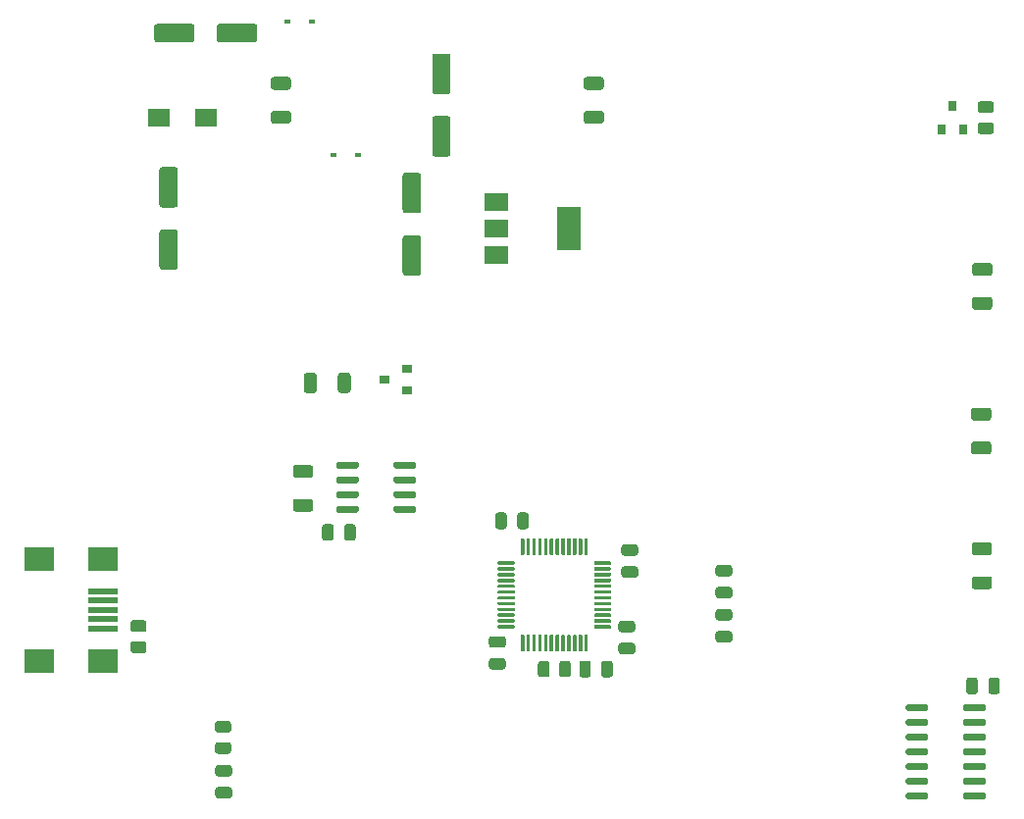
<source format=gbr>
%TF.GenerationSoftware,KiCad,Pcbnew,(5.1.9)-1*%
%TF.CreationDate,2022-11-23T19:56:57+01:00*%
%TF.ProjectId,PCDB_project,50434442-5f70-4726-9f6a-6563742e6b69,rev?*%
%TF.SameCoordinates,Original*%
%TF.FileFunction,Paste,Top*%
%TF.FilePolarity,Positive*%
%FSLAX46Y46*%
G04 Gerber Fmt 4.6, Leading zero omitted, Abs format (unit mm)*
G04 Created by KiCad (PCBNEW (5.1.9)-1) date 2022-11-23 19:56:57*
%MOMM*%
%LPD*%
G01*
G04 APERTURE LIST*
%ADD10R,0.600000X0.450000*%
%ADD11R,2.500000X2.000000*%
%ADD12R,2.500000X0.500000*%
%ADD13R,1.905000X1.498600*%
%ADD14R,0.800000X0.900000*%
%ADD15R,0.900000X0.800000*%
%ADD16R,2.000000X3.800000*%
%ADD17R,2.000000X1.500000*%
G04 APERTURE END LIST*
%TO.C,U6*%
G36*
G01*
X77926000Y-62584000D02*
X77926000Y-62284000D01*
G75*
G02*
X78076000Y-62134000I150000J0D01*
G01*
X79726000Y-62134000D01*
G75*
G02*
X79876000Y-62284000I0J-150000D01*
G01*
X79876000Y-62584000D01*
G75*
G02*
X79726000Y-62734000I-150000J0D01*
G01*
X78076000Y-62734000D01*
G75*
G02*
X77926000Y-62584000I0J150000D01*
G01*
G37*
G36*
G01*
X77926000Y-63854000D02*
X77926000Y-63554000D01*
G75*
G02*
X78076000Y-63404000I150000J0D01*
G01*
X79726000Y-63404000D01*
G75*
G02*
X79876000Y-63554000I0J-150000D01*
G01*
X79876000Y-63854000D01*
G75*
G02*
X79726000Y-64004000I-150000J0D01*
G01*
X78076000Y-64004000D01*
G75*
G02*
X77926000Y-63854000I0J150000D01*
G01*
G37*
G36*
G01*
X77926000Y-65124000D02*
X77926000Y-64824000D01*
G75*
G02*
X78076000Y-64674000I150000J0D01*
G01*
X79726000Y-64674000D01*
G75*
G02*
X79876000Y-64824000I0J-150000D01*
G01*
X79876000Y-65124000D01*
G75*
G02*
X79726000Y-65274000I-150000J0D01*
G01*
X78076000Y-65274000D01*
G75*
G02*
X77926000Y-65124000I0J150000D01*
G01*
G37*
G36*
G01*
X77926000Y-66394000D02*
X77926000Y-66094000D01*
G75*
G02*
X78076000Y-65944000I150000J0D01*
G01*
X79726000Y-65944000D01*
G75*
G02*
X79876000Y-66094000I0J-150000D01*
G01*
X79876000Y-66394000D01*
G75*
G02*
X79726000Y-66544000I-150000J0D01*
G01*
X78076000Y-66544000D01*
G75*
G02*
X77926000Y-66394000I0J150000D01*
G01*
G37*
G36*
G01*
X77926000Y-67664000D02*
X77926000Y-67364000D01*
G75*
G02*
X78076000Y-67214000I150000J0D01*
G01*
X79726000Y-67214000D01*
G75*
G02*
X79876000Y-67364000I0J-150000D01*
G01*
X79876000Y-67664000D01*
G75*
G02*
X79726000Y-67814000I-150000J0D01*
G01*
X78076000Y-67814000D01*
G75*
G02*
X77926000Y-67664000I0J150000D01*
G01*
G37*
G36*
G01*
X77926000Y-68934000D02*
X77926000Y-68634000D01*
G75*
G02*
X78076000Y-68484000I150000J0D01*
G01*
X79726000Y-68484000D01*
G75*
G02*
X79876000Y-68634000I0J-150000D01*
G01*
X79876000Y-68934000D01*
G75*
G02*
X79726000Y-69084000I-150000J0D01*
G01*
X78076000Y-69084000D01*
G75*
G02*
X77926000Y-68934000I0J150000D01*
G01*
G37*
G36*
G01*
X77926000Y-70204000D02*
X77926000Y-69904000D01*
G75*
G02*
X78076000Y-69754000I150000J0D01*
G01*
X79726000Y-69754000D01*
G75*
G02*
X79876000Y-69904000I0J-150000D01*
G01*
X79876000Y-70204000D01*
G75*
G02*
X79726000Y-70354000I-150000J0D01*
G01*
X78076000Y-70354000D01*
G75*
G02*
X77926000Y-70204000I0J150000D01*
G01*
G37*
G36*
G01*
X82876000Y-70204000D02*
X82876000Y-69904000D01*
G75*
G02*
X83026000Y-69754000I150000J0D01*
G01*
X84676000Y-69754000D01*
G75*
G02*
X84826000Y-69904000I0J-150000D01*
G01*
X84826000Y-70204000D01*
G75*
G02*
X84676000Y-70354000I-150000J0D01*
G01*
X83026000Y-70354000D01*
G75*
G02*
X82876000Y-70204000I0J150000D01*
G01*
G37*
G36*
G01*
X82876000Y-68934000D02*
X82876000Y-68634000D01*
G75*
G02*
X83026000Y-68484000I150000J0D01*
G01*
X84676000Y-68484000D01*
G75*
G02*
X84826000Y-68634000I0J-150000D01*
G01*
X84826000Y-68934000D01*
G75*
G02*
X84676000Y-69084000I-150000J0D01*
G01*
X83026000Y-69084000D01*
G75*
G02*
X82876000Y-68934000I0J150000D01*
G01*
G37*
G36*
G01*
X82876000Y-67664000D02*
X82876000Y-67364000D01*
G75*
G02*
X83026000Y-67214000I150000J0D01*
G01*
X84676000Y-67214000D01*
G75*
G02*
X84826000Y-67364000I0J-150000D01*
G01*
X84826000Y-67664000D01*
G75*
G02*
X84676000Y-67814000I-150000J0D01*
G01*
X83026000Y-67814000D01*
G75*
G02*
X82876000Y-67664000I0J150000D01*
G01*
G37*
G36*
G01*
X82876000Y-66394000D02*
X82876000Y-66094000D01*
G75*
G02*
X83026000Y-65944000I150000J0D01*
G01*
X84676000Y-65944000D01*
G75*
G02*
X84826000Y-66094000I0J-150000D01*
G01*
X84826000Y-66394000D01*
G75*
G02*
X84676000Y-66544000I-150000J0D01*
G01*
X83026000Y-66544000D01*
G75*
G02*
X82876000Y-66394000I0J150000D01*
G01*
G37*
G36*
G01*
X82876000Y-65124000D02*
X82876000Y-64824000D01*
G75*
G02*
X83026000Y-64674000I150000J0D01*
G01*
X84676000Y-64674000D01*
G75*
G02*
X84826000Y-64824000I0J-150000D01*
G01*
X84826000Y-65124000D01*
G75*
G02*
X84676000Y-65274000I-150000J0D01*
G01*
X83026000Y-65274000D01*
G75*
G02*
X82876000Y-65124000I0J150000D01*
G01*
G37*
G36*
G01*
X82876000Y-63854000D02*
X82876000Y-63554000D01*
G75*
G02*
X83026000Y-63404000I150000J0D01*
G01*
X84676000Y-63404000D01*
G75*
G02*
X84826000Y-63554000I0J-150000D01*
G01*
X84826000Y-63854000D01*
G75*
G02*
X84676000Y-64004000I-150000J0D01*
G01*
X83026000Y-64004000D01*
G75*
G02*
X82876000Y-63854000I0J150000D01*
G01*
G37*
G36*
G01*
X82876000Y-62584000D02*
X82876000Y-62284000D01*
G75*
G02*
X83026000Y-62134000I150000J0D01*
G01*
X84676000Y-62134000D01*
G75*
G02*
X84826000Y-62284000I0J-150000D01*
G01*
X84826000Y-62584000D01*
G75*
G02*
X84676000Y-62734000I-150000J0D01*
G01*
X83026000Y-62734000D01*
G75*
G02*
X82876000Y-62584000I0J150000D01*
G01*
G37*
%TD*%
%TO.C,C13*%
G36*
G01*
X86050000Y-60077000D02*
X86050000Y-61027000D01*
G75*
G02*
X85800000Y-61277000I-250000J0D01*
G01*
X85300000Y-61277000D01*
G75*
G02*
X85050000Y-61027000I0J250000D01*
G01*
X85050000Y-60077000D01*
G75*
G02*
X85300000Y-59827000I250000J0D01*
G01*
X85800000Y-59827000D01*
G75*
G02*
X86050000Y-60077000I0J-250000D01*
G01*
G37*
G36*
G01*
X84150000Y-60077000D02*
X84150000Y-61027000D01*
G75*
G02*
X83900000Y-61277000I-250000J0D01*
G01*
X83400000Y-61277000D01*
G75*
G02*
X83150000Y-61027000I0J250000D01*
G01*
X83150000Y-60077000D01*
G75*
G02*
X83400000Y-59827000I250000J0D01*
G01*
X83900000Y-59827000D01*
G75*
G02*
X84150000Y-60077000I0J-250000D01*
G01*
G37*
%TD*%
%TO.C,R5*%
G36*
G01*
X84385999Y-11900000D02*
X85286001Y-11900000D01*
G75*
G02*
X85536000Y-12149999I0J-249999D01*
G01*
X85536000Y-12675001D01*
G75*
G02*
X85286001Y-12925000I-249999J0D01*
G01*
X84385999Y-12925000D01*
G75*
G02*
X84136000Y-12675001I0J249999D01*
G01*
X84136000Y-12149999D01*
G75*
G02*
X84385999Y-11900000I249999J0D01*
G01*
G37*
G36*
G01*
X84385999Y-10075000D02*
X85286001Y-10075000D01*
G75*
G02*
X85536000Y-10324999I0J-249999D01*
G01*
X85536000Y-10850001D01*
G75*
G02*
X85286001Y-11100000I-249999J0D01*
G01*
X84385999Y-11100000D01*
G75*
G02*
X84136000Y-10850001I0J249999D01*
G01*
X84136000Y-10324999D01*
G75*
G02*
X84385999Y-10075000I249999J0D01*
G01*
G37*
%TD*%
%TO.C,C1*%
G36*
G01*
X18450000Y-4750000D02*
X18450000Y-3650000D01*
G75*
G02*
X18700000Y-3400000I250000J0D01*
G01*
X21700000Y-3400000D01*
G75*
G02*
X21950000Y-3650000I0J-250000D01*
G01*
X21950000Y-4750000D01*
G75*
G02*
X21700000Y-5000000I-250000J0D01*
G01*
X18700000Y-5000000D01*
G75*
G02*
X18450000Y-4750000I0J250000D01*
G01*
G37*
G36*
G01*
X13050000Y-4750000D02*
X13050000Y-3650000D01*
G75*
G02*
X13300000Y-3400000I250000J0D01*
G01*
X16300000Y-3400000D01*
G75*
G02*
X16550000Y-3650000I0J-250000D01*
G01*
X16550000Y-4750000D01*
G75*
G02*
X16300000Y-5000000I-250000J0D01*
G01*
X13300000Y-5000000D01*
G75*
G02*
X13050000Y-4750000I0J250000D01*
G01*
G37*
%TD*%
%TO.C,C2*%
G36*
G01*
X13750000Y-21150000D02*
X14850000Y-21150000D01*
G75*
G02*
X15100000Y-21400000I0J-250000D01*
G01*
X15100000Y-24400000D01*
G75*
G02*
X14850000Y-24650000I-250000J0D01*
G01*
X13750000Y-24650000D01*
G75*
G02*
X13500000Y-24400000I0J250000D01*
G01*
X13500000Y-21400000D01*
G75*
G02*
X13750000Y-21150000I250000J0D01*
G01*
G37*
G36*
G01*
X13750000Y-15750000D02*
X14850000Y-15750000D01*
G75*
G02*
X15100000Y-16000000I0J-250000D01*
G01*
X15100000Y-19000000D01*
G75*
G02*
X14850000Y-19250000I-250000J0D01*
G01*
X13750000Y-19250000D01*
G75*
G02*
X13500000Y-19000000I0J250000D01*
G01*
X13500000Y-16000000D01*
G75*
G02*
X13750000Y-15750000I250000J0D01*
G01*
G37*
%TD*%
%TO.C,C3*%
G36*
G01*
X34750000Y-16250000D02*
X35850000Y-16250000D01*
G75*
G02*
X36100000Y-16500000I0J-250000D01*
G01*
X36100000Y-19500000D01*
G75*
G02*
X35850000Y-19750000I-250000J0D01*
G01*
X34750000Y-19750000D01*
G75*
G02*
X34500000Y-19500000I0J250000D01*
G01*
X34500000Y-16500000D01*
G75*
G02*
X34750000Y-16250000I250000J0D01*
G01*
G37*
G36*
G01*
X34750000Y-21650000D02*
X35850000Y-21650000D01*
G75*
G02*
X36100000Y-21900000I0J-250000D01*
G01*
X36100000Y-24900000D01*
G75*
G02*
X35850000Y-25150000I-250000J0D01*
G01*
X34750000Y-25150000D01*
G75*
G02*
X34500000Y-24900000I0J250000D01*
G01*
X34500000Y-21900000D01*
G75*
G02*
X34750000Y-21650000I250000J0D01*
G01*
G37*
%TD*%
%TO.C,C4*%
G36*
G01*
X38396000Y-14864000D02*
X37296000Y-14864000D01*
G75*
G02*
X37046000Y-14614000I0J250000D01*
G01*
X37046000Y-11614000D01*
G75*
G02*
X37296000Y-11364000I250000J0D01*
G01*
X38396000Y-11364000D01*
G75*
G02*
X38646000Y-11614000I0J-250000D01*
G01*
X38646000Y-14614000D01*
G75*
G02*
X38396000Y-14864000I-250000J0D01*
G01*
G37*
G36*
G01*
X38396000Y-9464000D02*
X37296000Y-9464000D01*
G75*
G02*
X37046000Y-9214000I0J250000D01*
G01*
X37046000Y-6214000D01*
G75*
G02*
X37296000Y-5964000I250000J0D01*
G01*
X38396000Y-5964000D01*
G75*
G02*
X38646000Y-6214000I0J-250000D01*
G01*
X38646000Y-9214000D01*
G75*
G02*
X38396000Y-9464000I-250000J0D01*
G01*
G37*
%TD*%
%TO.C,C5*%
G36*
G01*
X43147000Y-57250000D02*
X42197000Y-57250000D01*
G75*
G02*
X41947000Y-57000000I0J250000D01*
G01*
X41947000Y-56500000D01*
G75*
G02*
X42197000Y-56250000I250000J0D01*
G01*
X43147000Y-56250000D01*
G75*
G02*
X43397000Y-56500000I0J-250000D01*
G01*
X43397000Y-57000000D01*
G75*
G02*
X43147000Y-57250000I-250000J0D01*
G01*
G37*
G36*
G01*
X43147000Y-59150000D02*
X42197000Y-59150000D01*
G75*
G02*
X41947000Y-58900000I0J250000D01*
G01*
X41947000Y-58400000D01*
G75*
G02*
X42197000Y-58150000I250000J0D01*
G01*
X43147000Y-58150000D01*
G75*
G02*
X43397000Y-58400000I0J-250000D01*
G01*
X43397000Y-58900000D01*
G75*
G02*
X43147000Y-59150000I-250000J0D01*
G01*
G37*
%TD*%
%TO.C,C6*%
G36*
G01*
X52650000Y-58625000D02*
X52650000Y-59575000D01*
G75*
G02*
X52400000Y-59825000I-250000J0D01*
G01*
X51900000Y-59825000D01*
G75*
G02*
X51650000Y-59575000I0J250000D01*
G01*
X51650000Y-58625000D01*
G75*
G02*
X51900000Y-58375000I250000J0D01*
G01*
X52400000Y-58375000D01*
G75*
G02*
X52650000Y-58625000I0J-250000D01*
G01*
G37*
G36*
G01*
X50750000Y-58625000D02*
X50750000Y-59575000D01*
G75*
G02*
X50500000Y-59825000I-250000J0D01*
G01*
X50000000Y-59825000D01*
G75*
G02*
X49750000Y-59575000I0J250000D01*
G01*
X49750000Y-58625000D01*
G75*
G02*
X50000000Y-58375000I250000J0D01*
G01*
X50500000Y-58375000D01*
G75*
G02*
X50750000Y-58625000I0J-250000D01*
G01*
G37*
%TD*%
%TO.C,C7*%
G36*
G01*
X53627000Y-48334000D02*
X54577000Y-48334000D01*
G75*
G02*
X54827000Y-48584000I0J-250000D01*
G01*
X54827000Y-49084000D01*
G75*
G02*
X54577000Y-49334000I-250000J0D01*
G01*
X53627000Y-49334000D01*
G75*
G02*
X53377000Y-49084000I0J250000D01*
G01*
X53377000Y-48584000D01*
G75*
G02*
X53627000Y-48334000I250000J0D01*
G01*
G37*
G36*
G01*
X53627000Y-50234000D02*
X54577000Y-50234000D01*
G75*
G02*
X54827000Y-50484000I0J-250000D01*
G01*
X54827000Y-50984000D01*
G75*
G02*
X54577000Y-51234000I-250000J0D01*
G01*
X53627000Y-51234000D01*
G75*
G02*
X53377000Y-50984000I0J250000D01*
G01*
X53377000Y-50484000D01*
G75*
G02*
X53627000Y-50234000I250000J0D01*
G01*
G37*
%TD*%
%TO.C,C8*%
G36*
G01*
X44392000Y-46775000D02*
X44392000Y-45825000D01*
G75*
G02*
X44642000Y-45575000I250000J0D01*
G01*
X45142000Y-45575000D01*
G75*
G02*
X45392000Y-45825000I0J-250000D01*
G01*
X45392000Y-46775000D01*
G75*
G02*
X45142000Y-47025000I-250000J0D01*
G01*
X44642000Y-47025000D01*
G75*
G02*
X44392000Y-46775000I0J250000D01*
G01*
G37*
G36*
G01*
X42492000Y-46775000D02*
X42492000Y-45825000D01*
G75*
G02*
X42742000Y-45575000I250000J0D01*
G01*
X43242000Y-45575000D01*
G75*
G02*
X43492000Y-45825000I0J-250000D01*
G01*
X43492000Y-46775000D01*
G75*
G02*
X43242000Y-47025000I-250000J0D01*
G01*
X42742000Y-47025000D01*
G75*
G02*
X42492000Y-46775000I0J250000D01*
G01*
G37*
%TD*%
%TO.C,C9*%
G36*
G01*
X53373000Y-54938000D02*
X54323000Y-54938000D01*
G75*
G02*
X54573000Y-55188000I0J-250000D01*
G01*
X54573000Y-55688000D01*
G75*
G02*
X54323000Y-55938000I-250000J0D01*
G01*
X53373000Y-55938000D01*
G75*
G02*
X53123000Y-55688000I0J250000D01*
G01*
X53123000Y-55188000D01*
G75*
G02*
X53373000Y-54938000I250000J0D01*
G01*
G37*
G36*
G01*
X53373000Y-56838000D02*
X54323000Y-56838000D01*
G75*
G02*
X54573000Y-57088000I0J-250000D01*
G01*
X54573000Y-57588000D01*
G75*
G02*
X54323000Y-57838000I-250000J0D01*
G01*
X53373000Y-57838000D01*
G75*
G02*
X53123000Y-57588000I0J250000D01*
G01*
X53123000Y-57088000D01*
G75*
G02*
X53373000Y-56838000I250000J0D01*
G01*
G37*
%TD*%
%TO.C,C10*%
G36*
G01*
X62705000Y-54922000D02*
X61755000Y-54922000D01*
G75*
G02*
X61505000Y-54672000I0J250000D01*
G01*
X61505000Y-54172000D01*
G75*
G02*
X61755000Y-53922000I250000J0D01*
G01*
X62705000Y-53922000D01*
G75*
G02*
X62955000Y-54172000I0J-250000D01*
G01*
X62955000Y-54672000D01*
G75*
G02*
X62705000Y-54922000I-250000J0D01*
G01*
G37*
G36*
G01*
X62705000Y-56822000D02*
X61755000Y-56822000D01*
G75*
G02*
X61505000Y-56572000I0J250000D01*
G01*
X61505000Y-56072000D01*
G75*
G02*
X61755000Y-55822000I250000J0D01*
G01*
X62705000Y-55822000D01*
G75*
G02*
X62955000Y-56072000I0J-250000D01*
G01*
X62955000Y-56572000D01*
G75*
G02*
X62705000Y-56822000I-250000J0D01*
G01*
G37*
%TD*%
%TO.C,C11*%
G36*
G01*
X61755000Y-50112000D02*
X62705000Y-50112000D01*
G75*
G02*
X62955000Y-50362000I0J-250000D01*
G01*
X62955000Y-50862000D01*
G75*
G02*
X62705000Y-51112000I-250000J0D01*
G01*
X61755000Y-51112000D01*
G75*
G02*
X61505000Y-50862000I0J250000D01*
G01*
X61505000Y-50362000D01*
G75*
G02*
X61755000Y-50112000I250000J0D01*
G01*
G37*
G36*
G01*
X61755000Y-52012000D02*
X62705000Y-52012000D01*
G75*
G02*
X62955000Y-52262000I0J-250000D01*
G01*
X62955000Y-52762000D01*
G75*
G02*
X62705000Y-53012000I-250000J0D01*
G01*
X61755000Y-53012000D01*
G75*
G02*
X61505000Y-52762000I0J250000D01*
G01*
X61505000Y-52262000D01*
G75*
G02*
X61755000Y-52012000I250000J0D01*
G01*
G37*
%TD*%
%TO.C,C12*%
G36*
G01*
X18575000Y-69284000D02*
X19525000Y-69284000D01*
G75*
G02*
X19775000Y-69534000I0J-250000D01*
G01*
X19775000Y-70034000D01*
G75*
G02*
X19525000Y-70284000I-250000J0D01*
G01*
X18575000Y-70284000D01*
G75*
G02*
X18325000Y-70034000I0J250000D01*
G01*
X18325000Y-69534000D01*
G75*
G02*
X18575000Y-69284000I250000J0D01*
G01*
G37*
G36*
G01*
X18575000Y-67384000D02*
X19525000Y-67384000D01*
G75*
G02*
X19775000Y-67634000I0J-250000D01*
G01*
X19775000Y-68134000D01*
G75*
G02*
X19525000Y-68384000I-250000J0D01*
G01*
X18575000Y-68384000D01*
G75*
G02*
X18325000Y-68134000I0J250000D01*
G01*
X18325000Y-67634000D01*
G75*
G02*
X18575000Y-67384000I250000J0D01*
G01*
G37*
%TD*%
%TO.C,C14*%
G36*
G01*
X28550000Y-46825000D02*
X28550000Y-47775000D01*
G75*
G02*
X28300000Y-48025000I-250000J0D01*
G01*
X27800000Y-48025000D01*
G75*
G02*
X27550000Y-47775000I0J250000D01*
G01*
X27550000Y-46825000D01*
G75*
G02*
X27800000Y-46575000I250000J0D01*
G01*
X28300000Y-46575000D01*
G75*
G02*
X28550000Y-46825000I0J-250000D01*
G01*
G37*
G36*
G01*
X30450000Y-46825000D02*
X30450000Y-47775000D01*
G75*
G02*
X30200000Y-48025000I-250000J0D01*
G01*
X29700000Y-48025000D01*
G75*
G02*
X29450000Y-47775000I0J250000D01*
G01*
X29450000Y-46825000D01*
G75*
G02*
X29700000Y-46575000I250000J0D01*
G01*
X30200000Y-46575000D01*
G75*
G02*
X30450000Y-46825000I0J-250000D01*
G01*
G37*
%TD*%
D10*
%TO.C,D1*%
X30650000Y-14700000D03*
X28550000Y-14700000D03*
%TD*%
%TO.C,D2*%
X24550000Y-3200000D03*
X26650000Y-3200000D03*
%TD*%
D11*
%TO.C,J7*%
X3100000Y-49600000D03*
X3100000Y-58400000D03*
X8600000Y-49600000D03*
X8600000Y-58400000D03*
D12*
X8600000Y-52400000D03*
X8600000Y-53200000D03*
X8600000Y-54000000D03*
X8600000Y-54800000D03*
X8600000Y-55600000D03*
%TD*%
D13*
%TO.C,L1*%
X13468000Y-11474600D03*
X17532000Y-11525400D03*
%TD*%
D14*
%TO.C,M1*%
X81968000Y-10500000D03*
X82918000Y-12500000D03*
X81018000Y-12500000D03*
%TD*%
D15*
%TO.C,M2*%
X34900000Y-35050000D03*
X34900000Y-33150000D03*
X32900000Y-34100000D03*
%TD*%
%TO.C,R1*%
G36*
G01*
X23374999Y-7975000D02*
X24625001Y-7975000D01*
G75*
G02*
X24875000Y-8224999I0J-249999D01*
G01*
X24875000Y-8850001D01*
G75*
G02*
X24625001Y-9100000I-249999J0D01*
G01*
X23374999Y-9100000D01*
G75*
G02*
X23125000Y-8850001I0J249999D01*
G01*
X23125000Y-8224999D01*
G75*
G02*
X23374999Y-7975000I249999J0D01*
G01*
G37*
G36*
G01*
X23374999Y-10900000D02*
X24625001Y-10900000D01*
G75*
G02*
X24875000Y-11149999I0J-249999D01*
G01*
X24875000Y-11775001D01*
G75*
G02*
X24625001Y-12025000I-249999J0D01*
G01*
X23374999Y-12025000D01*
G75*
G02*
X23125000Y-11775001I0J249999D01*
G01*
X23125000Y-11149999D01*
G75*
G02*
X23374999Y-10900000I249999J0D01*
G01*
G37*
%TD*%
%TO.C,R2*%
G36*
G01*
X11249999Y-54875000D02*
X12150001Y-54875000D01*
G75*
G02*
X12400000Y-55124999I0J-249999D01*
G01*
X12400000Y-55650001D01*
G75*
G02*
X12150001Y-55900000I-249999J0D01*
G01*
X11249999Y-55900000D01*
G75*
G02*
X11000000Y-55650001I0J249999D01*
G01*
X11000000Y-55124999D01*
G75*
G02*
X11249999Y-54875000I249999J0D01*
G01*
G37*
G36*
G01*
X11249999Y-56700000D02*
X12150001Y-56700000D01*
G75*
G02*
X12400000Y-56949999I0J-249999D01*
G01*
X12400000Y-57475001D01*
G75*
G02*
X12150001Y-57725000I-249999J0D01*
G01*
X11249999Y-57725000D01*
G75*
G02*
X11000000Y-57475001I0J249999D01*
G01*
X11000000Y-56949999D01*
G75*
G02*
X11249999Y-56700000I249999J0D01*
G01*
G37*
%TD*%
%TO.C,R3*%
G36*
G01*
X18549999Y-63575000D02*
X19450001Y-63575000D01*
G75*
G02*
X19700000Y-63824999I0J-249999D01*
G01*
X19700000Y-64350001D01*
G75*
G02*
X19450001Y-64600000I-249999J0D01*
G01*
X18549999Y-64600000D01*
G75*
G02*
X18300000Y-64350001I0J249999D01*
G01*
X18300000Y-63824999D01*
G75*
G02*
X18549999Y-63575000I249999J0D01*
G01*
G37*
G36*
G01*
X18549999Y-65400000D02*
X19450001Y-65400000D01*
G75*
G02*
X19700000Y-65649999I0J-249999D01*
G01*
X19700000Y-66175001D01*
G75*
G02*
X19450001Y-66425000I-249999J0D01*
G01*
X18549999Y-66425000D01*
G75*
G02*
X18300000Y-66175001I0J249999D01*
G01*
X18300000Y-65649999D01*
G75*
G02*
X18549999Y-65400000I249999J0D01*
G01*
G37*
%TD*%
%TO.C,R4*%
G36*
G01*
X51625001Y-9100000D02*
X50374999Y-9100000D01*
G75*
G02*
X50125000Y-8850001I0J249999D01*
G01*
X50125000Y-8224999D01*
G75*
G02*
X50374999Y-7975000I249999J0D01*
G01*
X51625001Y-7975000D01*
G75*
G02*
X51875000Y-8224999I0J-249999D01*
G01*
X51875000Y-8850001D01*
G75*
G02*
X51625001Y-9100000I-249999J0D01*
G01*
G37*
G36*
G01*
X51625001Y-12025000D02*
X50374999Y-12025000D01*
G75*
G02*
X50125000Y-11775001I0J249999D01*
G01*
X50125000Y-11149999D01*
G75*
G02*
X50374999Y-10900000I249999J0D01*
G01*
X51625001Y-10900000D01*
G75*
G02*
X51875000Y-11149999I0J-249999D01*
G01*
X51875000Y-11775001D01*
G75*
G02*
X51625001Y-12025000I-249999J0D01*
G01*
G37*
%TD*%
%TO.C,R6*%
G36*
G01*
X27100000Y-33774999D02*
X27100000Y-35025001D01*
G75*
G02*
X26850001Y-35275000I-249999J0D01*
G01*
X26224999Y-35275000D01*
G75*
G02*
X25975000Y-35025001I0J249999D01*
G01*
X25975000Y-33774999D01*
G75*
G02*
X26224999Y-33525000I249999J0D01*
G01*
X26850001Y-33525000D01*
G75*
G02*
X27100000Y-33774999I0J-249999D01*
G01*
G37*
G36*
G01*
X30025000Y-33774999D02*
X30025000Y-35025001D01*
G75*
G02*
X29775001Y-35275000I-249999J0D01*
G01*
X29149999Y-35275000D01*
G75*
G02*
X28900000Y-35025001I0J249999D01*
G01*
X28900000Y-33774999D01*
G75*
G02*
X29149999Y-33525000I249999J0D01*
G01*
X29775001Y-33525000D01*
G75*
G02*
X30025000Y-33774999I0J-249999D01*
G01*
G37*
%TD*%
%TO.C,R7*%
G36*
G01*
X26525001Y-45525000D02*
X25274999Y-45525000D01*
G75*
G02*
X25025000Y-45275001I0J249999D01*
G01*
X25025000Y-44649999D01*
G75*
G02*
X25274999Y-44400000I249999J0D01*
G01*
X26525001Y-44400000D01*
G75*
G02*
X26775000Y-44649999I0J-249999D01*
G01*
X26775000Y-45275001D01*
G75*
G02*
X26525001Y-45525000I-249999J0D01*
G01*
G37*
G36*
G01*
X26525001Y-42600000D02*
X25274999Y-42600000D01*
G75*
G02*
X25025000Y-42350001I0J249999D01*
G01*
X25025000Y-41724999D01*
G75*
G02*
X25274999Y-41475000I249999J0D01*
G01*
X26525001Y-41475000D01*
G75*
G02*
X26775000Y-41724999I0J-249999D01*
G01*
X26775000Y-42350001D01*
G75*
G02*
X26525001Y-42600000I-249999J0D01*
G01*
G37*
%TD*%
%TO.C,R8*%
G36*
G01*
X85157001Y-28081000D02*
X83906999Y-28081000D01*
G75*
G02*
X83657000Y-27831001I0J249999D01*
G01*
X83657000Y-27205999D01*
G75*
G02*
X83906999Y-26956000I249999J0D01*
G01*
X85157001Y-26956000D01*
G75*
G02*
X85407000Y-27205999I0J-249999D01*
G01*
X85407000Y-27831001D01*
G75*
G02*
X85157001Y-28081000I-249999J0D01*
G01*
G37*
G36*
G01*
X85157001Y-25156000D02*
X83906999Y-25156000D01*
G75*
G02*
X83657000Y-24906001I0J249999D01*
G01*
X83657000Y-24280999D01*
G75*
G02*
X83906999Y-24031000I249999J0D01*
G01*
X85157001Y-24031000D01*
G75*
G02*
X85407000Y-24280999I0J-249999D01*
G01*
X85407000Y-24906001D01*
G75*
G02*
X85157001Y-25156000I-249999J0D01*
G01*
G37*
%TD*%
%TO.C,R9*%
G36*
G01*
X85065001Y-37656000D02*
X83814999Y-37656000D01*
G75*
G02*
X83565000Y-37406001I0J249999D01*
G01*
X83565000Y-36780999D01*
G75*
G02*
X83814999Y-36531000I249999J0D01*
G01*
X85065001Y-36531000D01*
G75*
G02*
X85315000Y-36780999I0J-249999D01*
G01*
X85315000Y-37406001D01*
G75*
G02*
X85065001Y-37656000I-249999J0D01*
G01*
G37*
G36*
G01*
X85065001Y-40581000D02*
X83814999Y-40581000D01*
G75*
G02*
X83565000Y-40331001I0J249999D01*
G01*
X83565000Y-39705999D01*
G75*
G02*
X83814999Y-39456000I249999J0D01*
G01*
X85065001Y-39456000D01*
G75*
G02*
X85315000Y-39705999I0J-249999D01*
G01*
X85315000Y-40331001D01*
G75*
G02*
X85065001Y-40581000I-249999J0D01*
G01*
G37*
%TD*%
%TO.C,R10*%
G36*
G01*
X85127001Y-52211000D02*
X83876999Y-52211000D01*
G75*
G02*
X83627000Y-51961001I0J249999D01*
G01*
X83627000Y-51335999D01*
G75*
G02*
X83876999Y-51086000I249999J0D01*
G01*
X85127001Y-51086000D01*
G75*
G02*
X85377000Y-51335999I0J-249999D01*
G01*
X85377000Y-51961001D01*
G75*
G02*
X85127001Y-52211000I-249999J0D01*
G01*
G37*
G36*
G01*
X85127001Y-49286000D02*
X83876999Y-49286000D01*
G75*
G02*
X83627000Y-49036001I0J249999D01*
G01*
X83627000Y-48410999D01*
G75*
G02*
X83876999Y-48161000I249999J0D01*
G01*
X85127001Y-48161000D01*
G75*
G02*
X85377000Y-48410999I0J-249999D01*
G01*
X85377000Y-49036001D01*
G75*
G02*
X85127001Y-49286000I-249999J0D01*
G01*
G37*
%TD*%
%TO.C,R11*%
G36*
G01*
X47200000Y-58649999D02*
X47200000Y-59550001D01*
G75*
G02*
X46950001Y-59800000I-249999J0D01*
G01*
X46424999Y-59800000D01*
G75*
G02*
X46175000Y-59550001I0J249999D01*
G01*
X46175000Y-58649999D01*
G75*
G02*
X46424999Y-58400000I249999J0D01*
G01*
X46950001Y-58400000D01*
G75*
G02*
X47200000Y-58649999I0J-249999D01*
G01*
G37*
G36*
G01*
X49025000Y-58649999D02*
X49025000Y-59550001D01*
G75*
G02*
X48775001Y-59800000I-249999J0D01*
G01*
X48249999Y-59800000D01*
G75*
G02*
X48000000Y-59550001I0J249999D01*
G01*
X48000000Y-58649999D01*
G75*
G02*
X48249999Y-58400000I249999J0D01*
G01*
X48775001Y-58400000D01*
G75*
G02*
X49025000Y-58649999I0J-249999D01*
G01*
G37*
%TD*%
D16*
%TO.C,U2*%
X48870000Y-21082000D03*
D17*
X42570000Y-21082000D03*
X42570000Y-23382000D03*
X42570000Y-18782000D03*
%TD*%
%TO.C,U3*%
G36*
G01*
X50500000Y-56200000D02*
X50500000Y-57525000D01*
G75*
G02*
X50425000Y-57600000I-75000J0D01*
G01*
X50275000Y-57600000D01*
G75*
G02*
X50200000Y-57525000I0J75000D01*
G01*
X50200000Y-56200000D01*
G75*
G02*
X50275000Y-56125000I75000J0D01*
G01*
X50425000Y-56125000D01*
G75*
G02*
X50500000Y-56200000I0J-75000D01*
G01*
G37*
G36*
G01*
X50000000Y-56200000D02*
X50000000Y-57525000D01*
G75*
G02*
X49925000Y-57600000I-75000J0D01*
G01*
X49775000Y-57600000D01*
G75*
G02*
X49700000Y-57525000I0J75000D01*
G01*
X49700000Y-56200000D01*
G75*
G02*
X49775000Y-56125000I75000J0D01*
G01*
X49925000Y-56125000D01*
G75*
G02*
X50000000Y-56200000I0J-75000D01*
G01*
G37*
G36*
G01*
X49500000Y-56200000D02*
X49500000Y-57525000D01*
G75*
G02*
X49425000Y-57600000I-75000J0D01*
G01*
X49275000Y-57600000D01*
G75*
G02*
X49200000Y-57525000I0J75000D01*
G01*
X49200000Y-56200000D01*
G75*
G02*
X49275000Y-56125000I75000J0D01*
G01*
X49425000Y-56125000D01*
G75*
G02*
X49500000Y-56200000I0J-75000D01*
G01*
G37*
G36*
G01*
X49000000Y-56200000D02*
X49000000Y-57525000D01*
G75*
G02*
X48925000Y-57600000I-75000J0D01*
G01*
X48775000Y-57600000D01*
G75*
G02*
X48700000Y-57525000I0J75000D01*
G01*
X48700000Y-56200000D01*
G75*
G02*
X48775000Y-56125000I75000J0D01*
G01*
X48925000Y-56125000D01*
G75*
G02*
X49000000Y-56200000I0J-75000D01*
G01*
G37*
G36*
G01*
X48500000Y-56200000D02*
X48500000Y-57525000D01*
G75*
G02*
X48425000Y-57600000I-75000J0D01*
G01*
X48275000Y-57600000D01*
G75*
G02*
X48200000Y-57525000I0J75000D01*
G01*
X48200000Y-56200000D01*
G75*
G02*
X48275000Y-56125000I75000J0D01*
G01*
X48425000Y-56125000D01*
G75*
G02*
X48500000Y-56200000I0J-75000D01*
G01*
G37*
G36*
G01*
X48000000Y-56200000D02*
X48000000Y-57525000D01*
G75*
G02*
X47925000Y-57600000I-75000J0D01*
G01*
X47775000Y-57600000D01*
G75*
G02*
X47700000Y-57525000I0J75000D01*
G01*
X47700000Y-56200000D01*
G75*
G02*
X47775000Y-56125000I75000J0D01*
G01*
X47925000Y-56125000D01*
G75*
G02*
X48000000Y-56200000I0J-75000D01*
G01*
G37*
G36*
G01*
X47500000Y-56200000D02*
X47500000Y-57525000D01*
G75*
G02*
X47425000Y-57600000I-75000J0D01*
G01*
X47275000Y-57600000D01*
G75*
G02*
X47200000Y-57525000I0J75000D01*
G01*
X47200000Y-56200000D01*
G75*
G02*
X47275000Y-56125000I75000J0D01*
G01*
X47425000Y-56125000D01*
G75*
G02*
X47500000Y-56200000I0J-75000D01*
G01*
G37*
G36*
G01*
X47000000Y-56200000D02*
X47000000Y-57525000D01*
G75*
G02*
X46925000Y-57600000I-75000J0D01*
G01*
X46775000Y-57600000D01*
G75*
G02*
X46700000Y-57525000I0J75000D01*
G01*
X46700000Y-56200000D01*
G75*
G02*
X46775000Y-56125000I75000J0D01*
G01*
X46925000Y-56125000D01*
G75*
G02*
X47000000Y-56200000I0J-75000D01*
G01*
G37*
G36*
G01*
X46500000Y-56200000D02*
X46500000Y-57525000D01*
G75*
G02*
X46425000Y-57600000I-75000J0D01*
G01*
X46275000Y-57600000D01*
G75*
G02*
X46200000Y-57525000I0J75000D01*
G01*
X46200000Y-56200000D01*
G75*
G02*
X46275000Y-56125000I75000J0D01*
G01*
X46425000Y-56125000D01*
G75*
G02*
X46500000Y-56200000I0J-75000D01*
G01*
G37*
G36*
G01*
X46000000Y-56200000D02*
X46000000Y-57525000D01*
G75*
G02*
X45925000Y-57600000I-75000J0D01*
G01*
X45775000Y-57600000D01*
G75*
G02*
X45700000Y-57525000I0J75000D01*
G01*
X45700000Y-56200000D01*
G75*
G02*
X45775000Y-56125000I75000J0D01*
G01*
X45925000Y-56125000D01*
G75*
G02*
X46000000Y-56200000I0J-75000D01*
G01*
G37*
G36*
G01*
X45500000Y-56200000D02*
X45500000Y-57525000D01*
G75*
G02*
X45425000Y-57600000I-75000J0D01*
G01*
X45275000Y-57600000D01*
G75*
G02*
X45200000Y-57525000I0J75000D01*
G01*
X45200000Y-56200000D01*
G75*
G02*
X45275000Y-56125000I75000J0D01*
G01*
X45425000Y-56125000D01*
G75*
G02*
X45500000Y-56200000I0J-75000D01*
G01*
G37*
G36*
G01*
X45000000Y-56200000D02*
X45000000Y-57525000D01*
G75*
G02*
X44925000Y-57600000I-75000J0D01*
G01*
X44775000Y-57600000D01*
G75*
G02*
X44700000Y-57525000I0J75000D01*
G01*
X44700000Y-56200000D01*
G75*
G02*
X44775000Y-56125000I75000J0D01*
G01*
X44925000Y-56125000D01*
G75*
G02*
X45000000Y-56200000I0J-75000D01*
G01*
G37*
G36*
G01*
X44175000Y-55375000D02*
X44175000Y-55525000D01*
G75*
G02*
X44100000Y-55600000I-75000J0D01*
G01*
X42775000Y-55600000D01*
G75*
G02*
X42700000Y-55525000I0J75000D01*
G01*
X42700000Y-55375000D01*
G75*
G02*
X42775000Y-55300000I75000J0D01*
G01*
X44100000Y-55300000D01*
G75*
G02*
X44175000Y-55375000I0J-75000D01*
G01*
G37*
G36*
G01*
X44175000Y-54875000D02*
X44175000Y-55025000D01*
G75*
G02*
X44100000Y-55100000I-75000J0D01*
G01*
X42775000Y-55100000D01*
G75*
G02*
X42700000Y-55025000I0J75000D01*
G01*
X42700000Y-54875000D01*
G75*
G02*
X42775000Y-54800000I75000J0D01*
G01*
X44100000Y-54800000D01*
G75*
G02*
X44175000Y-54875000I0J-75000D01*
G01*
G37*
G36*
G01*
X44175000Y-54375000D02*
X44175000Y-54525000D01*
G75*
G02*
X44100000Y-54600000I-75000J0D01*
G01*
X42775000Y-54600000D01*
G75*
G02*
X42700000Y-54525000I0J75000D01*
G01*
X42700000Y-54375000D01*
G75*
G02*
X42775000Y-54300000I75000J0D01*
G01*
X44100000Y-54300000D01*
G75*
G02*
X44175000Y-54375000I0J-75000D01*
G01*
G37*
G36*
G01*
X44175000Y-53875000D02*
X44175000Y-54025000D01*
G75*
G02*
X44100000Y-54100000I-75000J0D01*
G01*
X42775000Y-54100000D01*
G75*
G02*
X42700000Y-54025000I0J75000D01*
G01*
X42700000Y-53875000D01*
G75*
G02*
X42775000Y-53800000I75000J0D01*
G01*
X44100000Y-53800000D01*
G75*
G02*
X44175000Y-53875000I0J-75000D01*
G01*
G37*
G36*
G01*
X44175000Y-53375000D02*
X44175000Y-53525000D01*
G75*
G02*
X44100000Y-53600000I-75000J0D01*
G01*
X42775000Y-53600000D01*
G75*
G02*
X42700000Y-53525000I0J75000D01*
G01*
X42700000Y-53375000D01*
G75*
G02*
X42775000Y-53300000I75000J0D01*
G01*
X44100000Y-53300000D01*
G75*
G02*
X44175000Y-53375000I0J-75000D01*
G01*
G37*
G36*
G01*
X44175000Y-52875000D02*
X44175000Y-53025000D01*
G75*
G02*
X44100000Y-53100000I-75000J0D01*
G01*
X42775000Y-53100000D01*
G75*
G02*
X42700000Y-53025000I0J75000D01*
G01*
X42700000Y-52875000D01*
G75*
G02*
X42775000Y-52800000I75000J0D01*
G01*
X44100000Y-52800000D01*
G75*
G02*
X44175000Y-52875000I0J-75000D01*
G01*
G37*
G36*
G01*
X44175000Y-52375000D02*
X44175000Y-52525000D01*
G75*
G02*
X44100000Y-52600000I-75000J0D01*
G01*
X42775000Y-52600000D01*
G75*
G02*
X42700000Y-52525000I0J75000D01*
G01*
X42700000Y-52375000D01*
G75*
G02*
X42775000Y-52300000I75000J0D01*
G01*
X44100000Y-52300000D01*
G75*
G02*
X44175000Y-52375000I0J-75000D01*
G01*
G37*
G36*
G01*
X44175000Y-51875000D02*
X44175000Y-52025000D01*
G75*
G02*
X44100000Y-52100000I-75000J0D01*
G01*
X42775000Y-52100000D01*
G75*
G02*
X42700000Y-52025000I0J75000D01*
G01*
X42700000Y-51875000D01*
G75*
G02*
X42775000Y-51800000I75000J0D01*
G01*
X44100000Y-51800000D01*
G75*
G02*
X44175000Y-51875000I0J-75000D01*
G01*
G37*
G36*
G01*
X44175000Y-51375000D02*
X44175000Y-51525000D01*
G75*
G02*
X44100000Y-51600000I-75000J0D01*
G01*
X42775000Y-51600000D01*
G75*
G02*
X42700000Y-51525000I0J75000D01*
G01*
X42700000Y-51375000D01*
G75*
G02*
X42775000Y-51300000I75000J0D01*
G01*
X44100000Y-51300000D01*
G75*
G02*
X44175000Y-51375000I0J-75000D01*
G01*
G37*
G36*
G01*
X44175000Y-50875000D02*
X44175000Y-51025000D01*
G75*
G02*
X44100000Y-51100000I-75000J0D01*
G01*
X42775000Y-51100000D01*
G75*
G02*
X42700000Y-51025000I0J75000D01*
G01*
X42700000Y-50875000D01*
G75*
G02*
X42775000Y-50800000I75000J0D01*
G01*
X44100000Y-50800000D01*
G75*
G02*
X44175000Y-50875000I0J-75000D01*
G01*
G37*
G36*
G01*
X44175000Y-50375000D02*
X44175000Y-50525000D01*
G75*
G02*
X44100000Y-50600000I-75000J0D01*
G01*
X42775000Y-50600000D01*
G75*
G02*
X42700000Y-50525000I0J75000D01*
G01*
X42700000Y-50375000D01*
G75*
G02*
X42775000Y-50300000I75000J0D01*
G01*
X44100000Y-50300000D01*
G75*
G02*
X44175000Y-50375000I0J-75000D01*
G01*
G37*
G36*
G01*
X44175000Y-49875000D02*
X44175000Y-50025000D01*
G75*
G02*
X44100000Y-50100000I-75000J0D01*
G01*
X42775000Y-50100000D01*
G75*
G02*
X42700000Y-50025000I0J75000D01*
G01*
X42700000Y-49875000D01*
G75*
G02*
X42775000Y-49800000I75000J0D01*
G01*
X44100000Y-49800000D01*
G75*
G02*
X44175000Y-49875000I0J-75000D01*
G01*
G37*
G36*
G01*
X45000000Y-47875000D02*
X45000000Y-49200000D01*
G75*
G02*
X44925000Y-49275000I-75000J0D01*
G01*
X44775000Y-49275000D01*
G75*
G02*
X44700000Y-49200000I0J75000D01*
G01*
X44700000Y-47875000D01*
G75*
G02*
X44775000Y-47800000I75000J0D01*
G01*
X44925000Y-47800000D01*
G75*
G02*
X45000000Y-47875000I0J-75000D01*
G01*
G37*
G36*
G01*
X45500000Y-47875000D02*
X45500000Y-49200000D01*
G75*
G02*
X45425000Y-49275000I-75000J0D01*
G01*
X45275000Y-49275000D01*
G75*
G02*
X45200000Y-49200000I0J75000D01*
G01*
X45200000Y-47875000D01*
G75*
G02*
X45275000Y-47800000I75000J0D01*
G01*
X45425000Y-47800000D01*
G75*
G02*
X45500000Y-47875000I0J-75000D01*
G01*
G37*
G36*
G01*
X46000000Y-47875000D02*
X46000000Y-49200000D01*
G75*
G02*
X45925000Y-49275000I-75000J0D01*
G01*
X45775000Y-49275000D01*
G75*
G02*
X45700000Y-49200000I0J75000D01*
G01*
X45700000Y-47875000D01*
G75*
G02*
X45775000Y-47800000I75000J0D01*
G01*
X45925000Y-47800000D01*
G75*
G02*
X46000000Y-47875000I0J-75000D01*
G01*
G37*
G36*
G01*
X46500000Y-47875000D02*
X46500000Y-49200000D01*
G75*
G02*
X46425000Y-49275000I-75000J0D01*
G01*
X46275000Y-49275000D01*
G75*
G02*
X46200000Y-49200000I0J75000D01*
G01*
X46200000Y-47875000D01*
G75*
G02*
X46275000Y-47800000I75000J0D01*
G01*
X46425000Y-47800000D01*
G75*
G02*
X46500000Y-47875000I0J-75000D01*
G01*
G37*
G36*
G01*
X47000000Y-47875000D02*
X47000000Y-49200000D01*
G75*
G02*
X46925000Y-49275000I-75000J0D01*
G01*
X46775000Y-49275000D01*
G75*
G02*
X46700000Y-49200000I0J75000D01*
G01*
X46700000Y-47875000D01*
G75*
G02*
X46775000Y-47800000I75000J0D01*
G01*
X46925000Y-47800000D01*
G75*
G02*
X47000000Y-47875000I0J-75000D01*
G01*
G37*
G36*
G01*
X47500000Y-47875000D02*
X47500000Y-49200000D01*
G75*
G02*
X47425000Y-49275000I-75000J0D01*
G01*
X47275000Y-49275000D01*
G75*
G02*
X47200000Y-49200000I0J75000D01*
G01*
X47200000Y-47875000D01*
G75*
G02*
X47275000Y-47800000I75000J0D01*
G01*
X47425000Y-47800000D01*
G75*
G02*
X47500000Y-47875000I0J-75000D01*
G01*
G37*
G36*
G01*
X48000000Y-47875000D02*
X48000000Y-49200000D01*
G75*
G02*
X47925000Y-49275000I-75000J0D01*
G01*
X47775000Y-49275000D01*
G75*
G02*
X47700000Y-49200000I0J75000D01*
G01*
X47700000Y-47875000D01*
G75*
G02*
X47775000Y-47800000I75000J0D01*
G01*
X47925000Y-47800000D01*
G75*
G02*
X48000000Y-47875000I0J-75000D01*
G01*
G37*
G36*
G01*
X48500000Y-47875000D02*
X48500000Y-49200000D01*
G75*
G02*
X48425000Y-49275000I-75000J0D01*
G01*
X48275000Y-49275000D01*
G75*
G02*
X48200000Y-49200000I0J75000D01*
G01*
X48200000Y-47875000D01*
G75*
G02*
X48275000Y-47800000I75000J0D01*
G01*
X48425000Y-47800000D01*
G75*
G02*
X48500000Y-47875000I0J-75000D01*
G01*
G37*
G36*
G01*
X49000000Y-47875000D02*
X49000000Y-49200000D01*
G75*
G02*
X48925000Y-49275000I-75000J0D01*
G01*
X48775000Y-49275000D01*
G75*
G02*
X48700000Y-49200000I0J75000D01*
G01*
X48700000Y-47875000D01*
G75*
G02*
X48775000Y-47800000I75000J0D01*
G01*
X48925000Y-47800000D01*
G75*
G02*
X49000000Y-47875000I0J-75000D01*
G01*
G37*
G36*
G01*
X49500000Y-47875000D02*
X49500000Y-49200000D01*
G75*
G02*
X49425000Y-49275000I-75000J0D01*
G01*
X49275000Y-49275000D01*
G75*
G02*
X49200000Y-49200000I0J75000D01*
G01*
X49200000Y-47875000D01*
G75*
G02*
X49275000Y-47800000I75000J0D01*
G01*
X49425000Y-47800000D01*
G75*
G02*
X49500000Y-47875000I0J-75000D01*
G01*
G37*
G36*
G01*
X50000000Y-47875000D02*
X50000000Y-49200000D01*
G75*
G02*
X49925000Y-49275000I-75000J0D01*
G01*
X49775000Y-49275000D01*
G75*
G02*
X49700000Y-49200000I0J75000D01*
G01*
X49700000Y-47875000D01*
G75*
G02*
X49775000Y-47800000I75000J0D01*
G01*
X49925000Y-47800000D01*
G75*
G02*
X50000000Y-47875000I0J-75000D01*
G01*
G37*
G36*
G01*
X50500000Y-47875000D02*
X50500000Y-49200000D01*
G75*
G02*
X50425000Y-49275000I-75000J0D01*
G01*
X50275000Y-49275000D01*
G75*
G02*
X50200000Y-49200000I0J75000D01*
G01*
X50200000Y-47875000D01*
G75*
G02*
X50275000Y-47800000I75000J0D01*
G01*
X50425000Y-47800000D01*
G75*
G02*
X50500000Y-47875000I0J-75000D01*
G01*
G37*
G36*
G01*
X52500000Y-49875000D02*
X52500000Y-50025000D01*
G75*
G02*
X52425000Y-50100000I-75000J0D01*
G01*
X51100000Y-50100000D01*
G75*
G02*
X51025000Y-50025000I0J75000D01*
G01*
X51025000Y-49875000D01*
G75*
G02*
X51100000Y-49800000I75000J0D01*
G01*
X52425000Y-49800000D01*
G75*
G02*
X52500000Y-49875000I0J-75000D01*
G01*
G37*
G36*
G01*
X52500000Y-50375000D02*
X52500000Y-50525000D01*
G75*
G02*
X52425000Y-50600000I-75000J0D01*
G01*
X51100000Y-50600000D01*
G75*
G02*
X51025000Y-50525000I0J75000D01*
G01*
X51025000Y-50375000D01*
G75*
G02*
X51100000Y-50300000I75000J0D01*
G01*
X52425000Y-50300000D01*
G75*
G02*
X52500000Y-50375000I0J-75000D01*
G01*
G37*
G36*
G01*
X52500000Y-50875000D02*
X52500000Y-51025000D01*
G75*
G02*
X52425000Y-51100000I-75000J0D01*
G01*
X51100000Y-51100000D01*
G75*
G02*
X51025000Y-51025000I0J75000D01*
G01*
X51025000Y-50875000D01*
G75*
G02*
X51100000Y-50800000I75000J0D01*
G01*
X52425000Y-50800000D01*
G75*
G02*
X52500000Y-50875000I0J-75000D01*
G01*
G37*
G36*
G01*
X52500000Y-51375000D02*
X52500000Y-51525000D01*
G75*
G02*
X52425000Y-51600000I-75000J0D01*
G01*
X51100000Y-51600000D01*
G75*
G02*
X51025000Y-51525000I0J75000D01*
G01*
X51025000Y-51375000D01*
G75*
G02*
X51100000Y-51300000I75000J0D01*
G01*
X52425000Y-51300000D01*
G75*
G02*
X52500000Y-51375000I0J-75000D01*
G01*
G37*
G36*
G01*
X52500000Y-51875000D02*
X52500000Y-52025000D01*
G75*
G02*
X52425000Y-52100000I-75000J0D01*
G01*
X51100000Y-52100000D01*
G75*
G02*
X51025000Y-52025000I0J75000D01*
G01*
X51025000Y-51875000D01*
G75*
G02*
X51100000Y-51800000I75000J0D01*
G01*
X52425000Y-51800000D01*
G75*
G02*
X52500000Y-51875000I0J-75000D01*
G01*
G37*
G36*
G01*
X52500000Y-52375000D02*
X52500000Y-52525000D01*
G75*
G02*
X52425000Y-52600000I-75000J0D01*
G01*
X51100000Y-52600000D01*
G75*
G02*
X51025000Y-52525000I0J75000D01*
G01*
X51025000Y-52375000D01*
G75*
G02*
X51100000Y-52300000I75000J0D01*
G01*
X52425000Y-52300000D01*
G75*
G02*
X52500000Y-52375000I0J-75000D01*
G01*
G37*
G36*
G01*
X52500000Y-52875000D02*
X52500000Y-53025000D01*
G75*
G02*
X52425000Y-53100000I-75000J0D01*
G01*
X51100000Y-53100000D01*
G75*
G02*
X51025000Y-53025000I0J75000D01*
G01*
X51025000Y-52875000D01*
G75*
G02*
X51100000Y-52800000I75000J0D01*
G01*
X52425000Y-52800000D01*
G75*
G02*
X52500000Y-52875000I0J-75000D01*
G01*
G37*
G36*
G01*
X52500000Y-53375000D02*
X52500000Y-53525000D01*
G75*
G02*
X52425000Y-53600000I-75000J0D01*
G01*
X51100000Y-53600000D01*
G75*
G02*
X51025000Y-53525000I0J75000D01*
G01*
X51025000Y-53375000D01*
G75*
G02*
X51100000Y-53300000I75000J0D01*
G01*
X52425000Y-53300000D01*
G75*
G02*
X52500000Y-53375000I0J-75000D01*
G01*
G37*
G36*
G01*
X52500000Y-53875000D02*
X52500000Y-54025000D01*
G75*
G02*
X52425000Y-54100000I-75000J0D01*
G01*
X51100000Y-54100000D01*
G75*
G02*
X51025000Y-54025000I0J75000D01*
G01*
X51025000Y-53875000D01*
G75*
G02*
X51100000Y-53800000I75000J0D01*
G01*
X52425000Y-53800000D01*
G75*
G02*
X52500000Y-53875000I0J-75000D01*
G01*
G37*
G36*
G01*
X52500000Y-54375000D02*
X52500000Y-54525000D01*
G75*
G02*
X52425000Y-54600000I-75000J0D01*
G01*
X51100000Y-54600000D01*
G75*
G02*
X51025000Y-54525000I0J75000D01*
G01*
X51025000Y-54375000D01*
G75*
G02*
X51100000Y-54300000I75000J0D01*
G01*
X52425000Y-54300000D01*
G75*
G02*
X52500000Y-54375000I0J-75000D01*
G01*
G37*
G36*
G01*
X52500000Y-54875000D02*
X52500000Y-55025000D01*
G75*
G02*
X52425000Y-55100000I-75000J0D01*
G01*
X51100000Y-55100000D01*
G75*
G02*
X51025000Y-55025000I0J75000D01*
G01*
X51025000Y-54875000D01*
G75*
G02*
X51100000Y-54800000I75000J0D01*
G01*
X52425000Y-54800000D01*
G75*
G02*
X52500000Y-54875000I0J-75000D01*
G01*
G37*
G36*
G01*
X52500000Y-55375000D02*
X52500000Y-55525000D01*
G75*
G02*
X52425000Y-55600000I-75000J0D01*
G01*
X51100000Y-55600000D01*
G75*
G02*
X51025000Y-55525000I0J75000D01*
G01*
X51025000Y-55375000D01*
G75*
G02*
X51100000Y-55300000I75000J0D01*
G01*
X52425000Y-55300000D01*
G75*
G02*
X52500000Y-55375000I0J-75000D01*
G01*
G37*
%TD*%
%TO.C,U5*%
G36*
G01*
X35650000Y-45155000D02*
X35650000Y-45455000D01*
G75*
G02*
X35500000Y-45605000I-150000J0D01*
G01*
X33850000Y-45605000D01*
G75*
G02*
X33700000Y-45455000I0J150000D01*
G01*
X33700000Y-45155000D01*
G75*
G02*
X33850000Y-45005000I150000J0D01*
G01*
X35500000Y-45005000D01*
G75*
G02*
X35650000Y-45155000I0J-150000D01*
G01*
G37*
G36*
G01*
X35650000Y-43885000D02*
X35650000Y-44185000D01*
G75*
G02*
X35500000Y-44335000I-150000J0D01*
G01*
X33850000Y-44335000D01*
G75*
G02*
X33700000Y-44185000I0J150000D01*
G01*
X33700000Y-43885000D01*
G75*
G02*
X33850000Y-43735000I150000J0D01*
G01*
X35500000Y-43735000D01*
G75*
G02*
X35650000Y-43885000I0J-150000D01*
G01*
G37*
G36*
G01*
X35650000Y-42615000D02*
X35650000Y-42915000D01*
G75*
G02*
X35500000Y-43065000I-150000J0D01*
G01*
X33850000Y-43065000D01*
G75*
G02*
X33700000Y-42915000I0J150000D01*
G01*
X33700000Y-42615000D01*
G75*
G02*
X33850000Y-42465000I150000J0D01*
G01*
X35500000Y-42465000D01*
G75*
G02*
X35650000Y-42615000I0J-150000D01*
G01*
G37*
G36*
G01*
X35650000Y-41345000D02*
X35650000Y-41645000D01*
G75*
G02*
X35500000Y-41795000I-150000J0D01*
G01*
X33850000Y-41795000D01*
G75*
G02*
X33700000Y-41645000I0J150000D01*
G01*
X33700000Y-41345000D01*
G75*
G02*
X33850000Y-41195000I150000J0D01*
G01*
X35500000Y-41195000D01*
G75*
G02*
X35650000Y-41345000I0J-150000D01*
G01*
G37*
G36*
G01*
X30700000Y-41345000D02*
X30700000Y-41645000D01*
G75*
G02*
X30550000Y-41795000I-150000J0D01*
G01*
X28900000Y-41795000D01*
G75*
G02*
X28750000Y-41645000I0J150000D01*
G01*
X28750000Y-41345000D01*
G75*
G02*
X28900000Y-41195000I150000J0D01*
G01*
X30550000Y-41195000D01*
G75*
G02*
X30700000Y-41345000I0J-150000D01*
G01*
G37*
G36*
G01*
X30700000Y-42615000D02*
X30700000Y-42915000D01*
G75*
G02*
X30550000Y-43065000I-150000J0D01*
G01*
X28900000Y-43065000D01*
G75*
G02*
X28750000Y-42915000I0J150000D01*
G01*
X28750000Y-42615000D01*
G75*
G02*
X28900000Y-42465000I150000J0D01*
G01*
X30550000Y-42465000D01*
G75*
G02*
X30700000Y-42615000I0J-150000D01*
G01*
G37*
G36*
G01*
X30700000Y-43885000D02*
X30700000Y-44185000D01*
G75*
G02*
X30550000Y-44335000I-150000J0D01*
G01*
X28900000Y-44335000D01*
G75*
G02*
X28750000Y-44185000I0J150000D01*
G01*
X28750000Y-43885000D01*
G75*
G02*
X28900000Y-43735000I150000J0D01*
G01*
X30550000Y-43735000D01*
G75*
G02*
X30700000Y-43885000I0J-150000D01*
G01*
G37*
G36*
G01*
X30700000Y-45155000D02*
X30700000Y-45455000D01*
G75*
G02*
X30550000Y-45605000I-150000J0D01*
G01*
X28900000Y-45605000D01*
G75*
G02*
X28750000Y-45455000I0J150000D01*
G01*
X28750000Y-45155000D01*
G75*
G02*
X28900000Y-45005000I150000J0D01*
G01*
X30550000Y-45005000D01*
G75*
G02*
X30700000Y-45155000I0J-150000D01*
G01*
G37*
%TD*%
M02*

</source>
